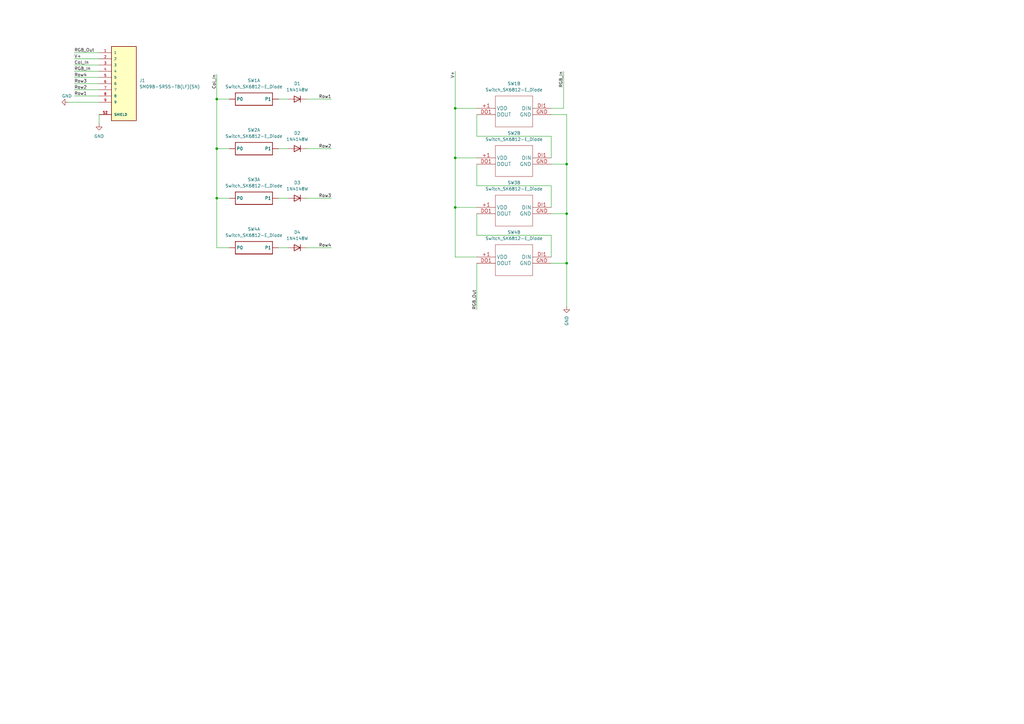
<source format=kicad_sch>
(kicad_sch (version 20230121) (generator eeschema)
  (paper "A3")
  (lib_symbols
    (symbol "Diode:1N4148W" (pin_numbers hide) (pin_names (offset 1.016) hide)
      (property "Reference" "D" (at 0 2.54 0))
      (property "Value" "1N4148W" (at 0 -2.54 0))
      (symbol "1N4148W_0_1"
        (polyline (pts (xy -1.27 1.27) (xy -1.27 -1.27)) (stroke (width 0.254)))
        (polyline (pts (xy 1.27 0) (xy -1.27 0)))
        (polyline (pts (xy 1.27 1.27) (xy 1.27 -1.27) (xy -1.27 0) (xy 1.27 1.27)) (stroke (width 0.254)))
      )
      (symbol "1N4148W_1_1"
        (pin passive line (at -3.81 0 0) (length 2.54) (name "K") (number "1"))
        (pin passive line (at 3.81 0 180) (length 2.54) (name "A") (number "2"))
      )
    )
    (symbol "Seismos-sym:SM09B-SRSS-TB(LF)(SN)" (pin_names (offset 1.016))
      (property "Reference" "J" (at -5.08 16.002 0))
      (property "Value" "SM09B-SRSS-TB(LF)(SN)" (at -5.08 -17.78 0))
      (symbol "SM09B-SRSS-TB(LF)(SN)_0_0"
        (rectangle (start -5.08 -15.24) (end 5.08 15.24) (stroke (width 0.254)) (fill (type background)))
        (pin passive line (at -10.16 12.7 0) (length 5.08) (name "1") (number "1"))
        (pin passive line (at -10.16 10.16 0) (length 5.08) (name "2") (number "2"))
        (pin passive line (at -10.16 7.62 0) (length 5.08) (name "3") (number "3"))
        (pin passive line (at -10.16 5.08 0) (length 5.08) (name "4") (number "4"))
        (pin passive line (at -10.16 2.54 0) (length 5.08) (name "5") (number "5"))
        (pin passive line (at -10.16 0 0) (length 5.08) (name "6") (number "6"))
        (pin passive line (at -10.16 -2.54 0) (length 5.08) (name "7") (number "7"))
        (pin passive line (at -10.16 -5.08 0) (length 5.08) (name "8") (number "8"))
        (pin passive line (at -10.16 -7.62 0) (length 5.08) (name "9") (number "9"))
        (pin passive line (at -10.16 -12.7 0) (length 5.08) (name "SHIELD") (number "S1"))
        (pin passive line (at -10.16 -12.7 0) (length 5.08) (name "SHIELD") (number "S2"))
      )
    )
    (symbol "Seismos-sym:Switch_SK6812-E_Diode"
      (property "Reference" "SW" (at 0 0 0))
      (property "Value" "Switch_SK6812-E_Diode" (at 0 11.43 0))
      (symbol "Switch_SK6812-E_Diode_1_0"
        (polyline (pts (xy -7.62 -2.54) (xy -7.62 2.54)) (stroke (width 0.254)))
        (polyline (pts (xy -7.62 -2.54) (xy 7.62 -2.54)) (stroke (width 0.254)))
        (polyline (pts (xy 7.62 -2.54) (xy -7.46 -2.54)) (stroke (width 0.254)))
        (polyline (pts (xy 7.62 -2.54) (xy 7.62 2.54)) (stroke (width 0.254)))
        (polyline (pts (xy 7.62 2.54) (xy -7.62 2.54)) (stroke (width 0.254)))
        (pin bidirectional line (at 10.16 0 180) (length 2.54) (name "P1") (number "CHOC1"))
        (pin bidirectional line (at -10.16 0 0) (length 2.54) (name "P0") (number "CHOC2"))
        (pin bidirectional line (at 10.16 0 180) (length 2.54) (name "P1") (number "MX1"))
        (pin bidirectional line (at -10.16 0 0) (length 2.54) (name "P0") (number "MX2"))
      )
      (symbol "Switch_SK6812-E_Diode_2_1"
        (polyline (pts (xy -7.62 -6.35) (xy 7.62 -6.35)) (stroke (width 0.127)))
        (polyline (pts (xy -7.62 6.35) (xy -7.62 -6.35)) (stroke (width 0.127)))
        (polyline (pts (xy 7.62 -6.35) (xy 7.62 6.35)) (stroke (width 0.127)))
        (polyline (pts (xy 7.62 6.35) (xy -7.62 6.35)) (stroke (width 0.127)))
        (pin power_in line (at -15.24 1.27 0) (length 7.62) (name "VDD") (number "+1"))
        (pin input line (at 15.24 1.27 180) (length 7.62) (name "DIN") (number "DI1"))
        (pin output line (at -15.24 -1.27 0) (length 7.62) (name "DOUT") (number "DO1"))
        (pin power_in line (at 15.24 -1.27 180) (length 7.62) (name "GND") (number "GND"))
      )
    )
    (symbol "Switch_SK6812-E_Diode_1"
      (property "Reference" "SW" (at 0 0 0))
      (property "Value" "Switch_SK6812-E_Diode" (at 0 11.43 0))
      (symbol "Switch_SK6812-E_Diode_1_1_0"
        (polyline (pts (xy -7.62 -2.54) (xy -7.62 2.54)) (stroke (width 0.254)))
        (polyline (pts (xy -7.62 -2.54) (xy 7.62 -2.54)) (stroke (width 0.254)))
        (polyline (pts (xy 7.62 -2.54) (xy -7.46 -2.54)) (stroke (width 0.254)))
        (polyline (pts (xy 7.62 -2.54) (xy 7.62 2.54)) (stroke (width 0.254)))
        (polyline (pts (xy 7.62 2.54) (xy -7.62 2.54)) (stroke (width 0.254)))
        (pin bidirectional line (at 10.16 0 180) (length 2.54) (name "P1") (number "CHOC1"))
        (pin bidirectional line (at -10.16 0 0) (length 2.54) (name "P0") (number "CHOC2"))
        (pin bidirectional line (at 10.16 0 180) (length 2.54) (name "P1") (number "MX1"))
        (pin bidirectional line (at -10.16 0 0) (length 2.54) (name "P0") (number "MX2"))
      )
      (symbol "Switch_SK6812-E_Diode_1_2_1"
        (polyline (pts (xy -7.62 -6.35) (xy 7.62 -6.35)) (stroke (width 0.127)))
        (polyline (pts (xy -7.62 6.35) (xy -7.62 -6.35)) (stroke (width 0.127)))
        (polyline (pts (xy 7.62 -6.35) (xy 7.62 6.35)) (stroke (width 0.127)))
        (polyline (pts (xy 7.62 6.35) (xy -7.62 6.35)) (stroke (width 0.127)))
        (pin power_in line (at -15.24 1.27 0) (length 7.62) (name "VDD") (number "+1"))
        (pin input line (at 15.24 1.27 180) (length 7.62) (name "DIN") (number "DI1"))
        (pin output line (at -15.24 -1.27 0) (length 7.62) (name "DOUT") (number "DO1"))
        (pin power_in line (at 15.24 -1.27 180) (length 7.62) (name "GND") (number "GND"))
      )
    )
    (symbol "Switch_SK6812-E_Diode_2"
      (property "Reference" "SW" (at 0 0 0))
      (property "Value" "Switch_SK6812-E_Diode" (at 0 11.43 0))
      (symbol "Switch_SK6812-E_Diode_2_1_0"
        (polyline (pts (xy -7.62 -2.54) (xy -7.62 2.54)) (stroke (width 0.254)))
        (polyline (pts (xy -7.62 -2.54) (xy 7.62 -2.54)) (stroke (width 0.254)))
        (polyline (pts (xy 7.62 -2.54) (xy -7.46 -2.54)) (stroke (width 0.254)))
        (polyline (pts (xy 7.62 -2.54) (xy 7.62 2.54)) (stroke (width 0.254)))
        (polyline (pts (xy 7.62 2.54) (xy -7.62 2.54)) (stroke (width 0.254)))
        (pin bidirectional line (at 10.16 0 180) (length 2.54) (name "P1") (number "CHOC1"))
        (pin bidirectional line (at -10.16 0 0) (length 2.54) (name "P0") (number "CHOC2"))
        (pin bidirectional line (at 10.16 0 180) (length 2.54) (name "P1") (number "MX1"))
        (pin bidirectional line (at -10.16 0 0) (length 2.54) (name "P0") (number "MX2"))
      )
      (symbol "Switch_SK6812-E_Diode_2_2_1"
        (polyline (pts (xy -7.62 -6.35) (xy 7.62 -6.35)) (stroke (width 0.127)))
        (polyline (pts (xy -7.62 6.35) (xy -7.62 -6.35)) (stroke (width 0.127)))
        (polyline (pts (xy 7.62 -6.35) (xy 7.62 6.35)) (stroke (width 0.127)))
        (polyline (pts (xy 7.62 6.35) (xy -7.62 6.35)) (stroke (width 0.127)))
        (pin power_in line (at -15.24 1.27 0) (length 7.62) (name "VDD") (number "+1"))
        (pin input line (at 15.24 1.27 180) (length 7.62) (name "DIN") (number "DI1"))
        (pin output line (at -15.24 -1.27 0) (length 7.62) (name "DOUT") (number "DO1"))
        (pin power_in line (at 15.24 -1.27 180) (length 7.62) (name "GND") (number "GND"))
      )
    )
    (symbol "Switch_SK6812-E_Diode_3"
      (property "Reference" "SW" (at 0 0 0))
      (property "Value" "Switch_SK6812-E_Diode" (at 0 11.43 0))
      (symbol "Switch_SK6812-E_Diode_3_1_0"
        (polyline (pts (xy -7.62 -2.54) (xy -7.62 2.54)) (stroke (width 0.254)))
        (polyline (pts (xy -7.62 -2.54) (xy 7.62 -2.54)) (stroke (width 0.254)))
        (polyline (pts (xy 7.62 -2.54) (xy -7.46 -2.54)) (stroke (width 0.254)))
        (polyline (pts (xy 7.62 -2.54) (xy 7.62 2.54)) (stroke (width 0.254)))
        (polyline (pts (xy 7.62 2.54) (xy -7.62 2.54)) (stroke (width 0.254)))
        (pin bidirectional line (at 10.16 0 180) (length 2.54) (name "P1") (number "CHOC1"))
        (pin bidirectional line (at -10.16 0 0) (length 2.54) (name "P0") (number "CHOC2"))
        (pin bidirectional line (at 10.16 0 180) (length 2.54) (name "P1") (number "MX1"))
        (pin bidirectional line (at -10.16 0 0) (length 2.54) (name "P0") (number "MX2"))
      )
      (symbol "Switch_SK6812-E_Diode_3_2_1"
        (polyline (pts (xy -7.62 -6.35) (xy 7.62 -6.35)) (stroke (width 0.127)))
        (polyline (pts (xy -7.62 6.35) (xy -7.62 -6.35)) (stroke (width 0.127)))
        (polyline (pts (xy 7.62 -6.35) (xy 7.62 6.35)) (stroke (width 0.127)))
        (polyline (pts (xy 7.62 6.35) (xy -7.62 6.35)) (stroke (width 0.127)))
        (pin power_in line (at -15.24 1.27 0) (length 7.62) (name "VDD") (number "+1"))
        (pin input line (at 15.24 1.27 180) (length 7.62) (name "DIN") (number "DI1"))
        (pin output line (at -15.24 -1.27 0) (length 7.62) (name "DOUT") (number "DO1"))
        (pin power_in line (at 15.24 -1.27 180) (length 7.62) (name "GND") (number "GND"))
      )
    )
    (symbol "Switch_SK6812-E_Diode_4"
      (property "Reference" "SW" (at 0 0 0))
      (property "Value" "Switch_SK6812-E_Diode" (at 0 11.43 0))
      (symbol "Switch_SK6812-E_Diode_4_1_0"
        (polyline (pts (xy -7.62 -2.54) (xy -7.62 2.54)) (stroke (width 0.254)))
        (polyline (pts (xy -7.62 -2.54) (xy 7.62 -2.54)) (stroke (width 0.254)))
        (polyline (pts (xy 7.62 -2.54) (xy -7.46 -2.54)) (stroke (width 0.254)))
        (polyline (pts (xy 7.62 -2.54) (xy 7.62 2.54)) (stroke (width 0.254)))
        (polyline (pts (xy 7.62 2.54) (xy -7.62 2.54)) (stroke (width 0.254)))
        (pin bidirectional line (at 10.16 0 180) (length 2.54) (name "P1") (number "CHOC1"))
        (pin bidirectional line (at -10.16 0 0) (length 2.54) (name "P0") (number "CHOC2"))
        (pin bidirectional line (at 10.16 0 180) (length 2.54) (name "P1") (number "MX1"))
        (pin bidirectional line (at -10.16 0 0) (length 2.54) (name "P0") (number "MX2"))
      )
      (symbol "Switch_SK6812-E_Diode_4_2_1"
        (polyline (pts (xy -7.62 -6.35) (xy 7.62 -6.35)) (stroke (width 0.127)))
        (polyline (pts (xy -7.62 6.35) (xy -7.62 -6.35)) (stroke (width 0.127)))
        (polyline (pts (xy 7.62 -6.35) (xy 7.62 6.35)) (stroke (width 0.127)))
        (polyline (pts (xy 7.62 6.35) (xy -7.62 6.35)) (stroke (width 0.127)))
        (pin power_in line (at -15.24 1.27 0) (length 7.62) (name "VDD") (number "+1"))
        (pin input line (at 15.24 1.27 180) (length 7.62) (name "DIN") (number "DI1"))
        (pin output line (at -15.24 -1.27 0) (length 7.62) (name "DOUT") (number "DO1"))
        (pin power_in line (at 15.24 -1.27 180) (length 7.62) (name "GND") (number "GND"))
      )
    )
    (symbol "power:GND" (power) (pin_names (offset 0))
      (property "Value" "GND" (at 0 -3.81 0))
      (symbol "GND_0_1"
        (polyline (pts (xy 0 0) (xy 0 -1.27) (xy 1.27 -1.27) (xy 0 -2.54) (xy -1.27 -1.27) (xy 0 -1.27)))
      )
      (symbol "GND_1_1"
        (pin power_in line (at 0 0 270) (length 0) hide (name "GND") (number "1"))
      )
    )
  )
  (junction (at 186.69 64.77))
  (junction (at 232.41 87.63))
  (junction (at 186.69 44.45))
  (junction (at 88.9 81.28))
  (junction (at 232.41 107.95))
  (junction (at 186.69 85.09))
  (junction (at 88.9 60.96))
  (junction (at 232.41 67.31))
  (junction (at 88.9 40.64))
  (wire (pts (xy 30.48 39.37) (xy 40.64 39.37)))
  (wire (pts (xy 226.06 107.95) (xy 232.41 107.95)))
  (wire (pts (xy 125.73 40.64) (xy 135.89 40.64)))
  (wire (pts (xy 40.64 46.99) (xy 40.64 50.8)))
  (wire (pts (xy 30.48 26.67) (xy 40.64 26.67)))
  (wire (pts (xy 88.9 101.6) (xy 93.98 101.6)))
  (wire (pts (xy 30.48 34.29) (xy 40.64 34.29)))
  (wire (pts (xy 232.41 87.63) (xy 232.41 107.95)))
  (wire (pts (xy 231.14 44.45) (xy 226.06 44.45)))
  (wire (pts (xy 231.14 29.21) (xy 231.14 44.45)))
  (wire (pts (xy 195.58 76.2) (xy 226.06 76.2)))
  (wire (pts (xy 195.58 67.31) (xy 195.58 76.2)))
  (wire (pts (xy 114.3 60.96) (xy 118.11 60.96)))
  (wire (pts (xy 125.73 81.28) (xy 135.89 81.28)))
  (wire (pts (xy 88.9 60.96) (xy 88.9 81.28)))
  (wire (pts (xy 114.3 81.28) (xy 118.11 81.28)))
  (wire (pts (xy 195.58 55.88) (xy 226.06 55.88)))
  (wire (pts (xy 186.69 64.77) (xy 186.69 85.09)))
  (wire (pts (xy 88.9 40.64) (xy 93.98 40.64)))
  (wire (pts (xy 30.48 31.75) (xy 40.64 31.75)))
  (wire (pts (xy 88.9 81.28) (xy 88.9 101.6)))
  (wire (pts (xy 30.48 36.83) (xy 40.64 36.83)))
  (wire (pts (xy 88.9 60.96) (xy 93.98 60.96)))
  (wire (pts (xy 186.69 44.45) (xy 195.58 44.45)))
  (wire (pts (xy 125.73 60.96) (xy 135.89 60.96)))
  (wire (pts (xy 125.73 101.6) (xy 135.89 101.6)))
  (wire (pts (xy 195.58 96.52) (xy 226.06 96.52)))
  (wire (pts (xy 226.06 76.2) (xy 226.06 85.09)))
  (wire (pts (xy 88.9 40.64) (xy 88.9 60.96)))
  (wire (pts (xy 186.69 85.09) (xy 195.58 85.09)))
  (wire (pts (xy 27.94 41.91) (xy 40.64 41.91)))
  (wire (pts (xy 30.48 24.13) (xy 40.64 24.13)))
  (wire (pts (xy 226.06 55.88) (xy 226.06 64.77)))
  (wire (pts (xy 186.69 29.21) (xy 186.69 44.45)))
  (wire (pts (xy 114.3 40.64) (xy 118.11 40.64)))
  (wire (pts (xy 232.41 107.95) (xy 232.41 125.73)))
  (wire (pts (xy 30.48 21.59) (xy 40.64 21.59)))
  (wire (pts (xy 195.58 46.99) (xy 195.58 55.88)))
  (wire (pts (xy 232.41 46.99) (xy 232.41 67.31)))
  (wire (pts (xy 226.06 96.52) (xy 226.06 105.41)))
  (wire (pts (xy 186.69 44.45) (xy 186.69 64.77)))
  (wire (pts (xy 88.9 81.28) (xy 93.98 81.28)))
  (wire (pts (xy 30.48 29.21) (xy 40.64 29.21)))
  (wire (pts (xy 226.06 67.31) (xy 232.41 67.31)))
  (wire (pts (xy 186.69 64.77) (xy 195.58 64.77)))
  (wire (pts (xy 186.69 85.09) (xy 186.69 105.41)))
  (wire (pts (xy 114.3 101.6) (xy 118.11 101.6)))
  (wire (pts (xy 88.9 30.48) (xy 88.9 40.64)))
  (wire (pts (xy 226.06 46.99) (xy 232.41 46.99)))
  (wire (pts (xy 195.58 87.63) (xy 195.58 96.52)))
  (wire (pts (xy 195.58 107.95) (xy 195.58 127)))
  (wire (pts (xy 232.41 67.31) (xy 232.41 87.63)))
  (wire (pts (xy 226.06 87.63) (xy 232.41 87.63)))
  (wire (pts (xy 186.69 105.41) (xy 195.58 105.41)))
  (label "Row1" (at 135.89 40.64 180))
  (label "Row1" (at 30.48 39.37 0))
  (label "V+" (at 186.69 29.21 270))
  (label "Row3" (at 135.89 81.28 180))
  (label "Row3" (at 30.48 34.29 0))
  (label "RGB_Out" (at 30.48 21.59 0))
  (label "Row4" (at 30.48 31.75 0))
  (label "Col_In" (at 30.48 26.67 0))
  (label "Row2" (at 30.48 36.83 0))
  (label "RGB_Out" (at 195.58 127 90))
  (label "RGB_In" (at 231.14 29.21 270))
  (label "Row2" (at 135.89 60.96 180))
  (label "Row4" (at 135.89 101.6 180))
  (label "V+" (at 30.48 24.13 0))
  (label "Col_In" (at 88.9 30.48 270))
  (label "RGB_In" (at 30.48 29.21 0))
  (symbol (lib_id "Diode:1N4148W") (at 121.92 60.96 180) (unit 1)
    (property "Reference" "D2" (at 121.92 54.61 0))
    (property "Value" "1N4148W" (at 121.92 57.15 0))
    (property "Footprint" "Diode_SMD:D_SOD-123" (effects hide))
    (property "Datasheet" "https://www.vishay.com/docs/85748/1n4148w.pdf" (effects hide))
  )
  (symbol (lib_id "Diode:1N4148W") (at 121.92 81.28 180) (unit 1)
    (property "Reference" "D3" (at 121.92 74.93 0))
    (property "Value" "1N4148W" (at 121.92 77.47 0))
    (property "Footprint" "Diode_SMD:D_SOD-123" (effects hide))
    (property "Datasheet" "https://www.vishay.com/docs/85748/1n4148w.pdf" (effects hide))
  )
  (symbol (lib_name "Switch_SK6812-E_Diode_1") (lib_id "Seismos-sym:Switch_SK6812-E_Diode") (at 210.82 45.72 0) (unit 2)
    (property "Reference" "SW1" (at 210.82 34.29 0))
    (property "Value" "Switch_SK6812-E_Diode" (at 210.82 36.83 0))
    (property "Footprint" "KeysOnRails-lib:Switch_SK6812-E_Diode" (effects hide))
  )
  (symbol (lib_id "Seismos-sym:Switch_SK6812-E_Diode") (at 104.14 60.96 0) (unit 1)
    (property "Reference" "SW2" (at 104.14 53.34 0))
    (property "Value" "Switch_SK6812-E_Diode" (at 104.14 55.88 0))
    (property "Footprint" "Seismos-lib:Switch_SK6812-E_Diode" (effects hide))
  )
  (symbol (lib_name "Switch_SK6812-E_Diode_2") (lib_id "Seismos-sym:Switch_SK6812-E_Diode") (at 210.82 106.68 0) (unit 2)
    (property "Reference" "SW4" (at 210.82 95.25 0))
    (property "Value" "Switch_SK6812-E_Diode" (at 210.82 97.79 0))
    (property "Footprint" "KeysOnRails-lib:Switch_SK6812-E_Diode" (effects hide))
  )
  (symbol (lib_id "Seismos-sym:SM09B-SRSS-TB(LF)(SN)") (at 50.8 34.29 0) (unit 1)
    (property "Reference" "J1" (at 57.15 33.02 0) (effects (justify left)))
    (property "Value" "SM09B-SRSS-TB(LF)(SN)" (at 57.15 35.56 0) (effects (justify left)))
    (property "Footprint" "JST_SM09B-SRSS-TB(LF)(SN)" (effects hide))
    (property "PARTREV" "1.0" (effects hide))
    (property "MANUFACTURER" "Manufacturer_name" (effects hide))
    (property "STANDARD" "Manufacturer Recommendations" (effects hide))
  )
  (symbol (lib_id "power:GND") (at 27.94 41.91 270) (unit 1)
    (property "Reference" "#PWR01" (effects hide))
    (property "Value" "GND" (at 25.4 39.37 90) (effects (justify left)))
  )
  (symbol (lib_id "Diode:1N4148W") (at 121.92 40.64 180) (unit 1)
    (property "Reference" "D1" (at 121.92 34.29 0))
    (property "Value" "1N4148W" (at 121.92 36.83 0))
    (property "Footprint" "Diode_SMD:D_SOD-123" (effects hide))
    (property "Datasheet" "https://www.vishay.com/docs/85748/1n4148w.pdf" (effects hide))
  )
  (symbol (lib_name "Switch_SK6812-E_Diode_3") (lib_id "Seismos-sym:Switch_SK6812-E_Diode") (at 210.82 66.04 0) (unit 2)
    (property "Reference" "SW2" (at 210.82 54.61 0))
    (property "Value" "Switch_SK6812-E_Diode" (at 210.82 57.15 0))
    (property "Footprint" "KeysOnRails-lib:Switch_SK6812-E_Diode" (effects hide))
  )
  (symbol (lib_name "Switch_SK6812-E_Diode_4") (lib_id "Seismos-sym:Switch_SK6812-E_Diode") (at 210.82 86.36 0) (unit 2)
    (property "Reference" "SW3" (at 210.82 74.93 0))
    (property "Value" "Switch_SK6812-E_Diode" (at 210.82 77.47 0))
    (property "Footprint" "KeysOnRails-lib:Switch_SK6812-E_Diode" (effects hide))
  )
  (symbol (lib_id "Diode:1N4148W") (at 121.92 101.6 180) (unit 1)
    (property "Reference" "D4" (at 121.92 95.25 0))
    (property "Value" "1N4148W" (at 121.92 97.79 0))
    (property "Footprint" "Diode_SMD:D_SOD-123" (effects hide))
    (property "Datasheet" "https://www.vishay.com/docs/85748/1n4148w.pdf" (effects hide))
  )
  (symbol (lib_id "Seismos-sym:Switch_SK6812-E_Diode") (at 104.14 40.64 0) (unit 1)
    (property "Reference" "SW1" (at 104.14 33.02 0))
    (property "Value" "Switch_SK6812-E_Diode" (at 104.14 35.56 0))
    (property "Footprint" "Seismos-lib:Switch_SK6812-E_Diode" (effects hide))
  )
  (symbol (lib_id "power:GND") (at 40.64 50.8 0) (unit 1)
    (property "Reference" "#PWR0101" (effects hide))
    (property "Value" "GND" (at 40.64 55.88 0))
  )
  (symbol (lib_id "Seismos-sym:Switch_SK6812-E_Diode") (at 104.14 81.28 0) (unit 1)
    (property "Reference" "SW3" (at 104.14 73.66 0))
    (property "Value" "Switch_SK6812-E_Diode" (at 104.14 76.2 0))
    (property "Footprint" "Seismos-lib:Switch_SK6812-E_Diode" (effects hide))
  )
  (symbol (lib_id "Seismos-sym:Switch_SK6812-E_Diode") (at 104.14 101.6 0) (unit 1)
    (property "Reference" "SW4" (at 104.14 93.98 0))
    (property "Value" "Switch_SK6812-E_Diode" (at 104.14 96.52 0))
    (property "Footprint" "Seismos-lib:Switch_SK6812-E_Diode" (effects hide))
  )
  (symbol (lib_id "power:GND") (at 232.41 125.73 0) (mirror y) (unit 1)
    (property "Reference" "#PWR0104" (effects hide))
    (property "Value" "GND" (at 232.4099 129.54 90) (effects (justify right)))
  )
)
</source>
